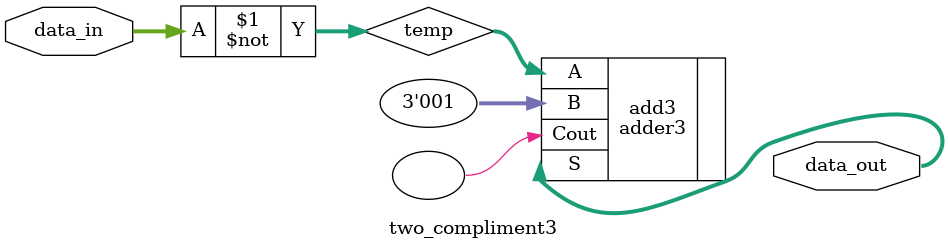
<source format=v>
module two_compliment49(data_in,data_out);
	input	[48:0]data_in;
	output	[48:0]data_out;

	wire	[48:0]temp;

//Not 
	assign temp = ~data_in;
//add 1
	adder49  add49(.A(temp),.B(49'b1),.S(data_out),.Cout());
endmodule
////////////////////////////////////////////////////////////////////////////////
module two_compliment47(data_in,data_out);
	input	[46:0]data_in;
	output	[46:0]data_out;

	wire	[46:0]temp;

//Not 
	assign temp = ~data_in;
//add 1
	adder47  add47(.A(temp),.B(47'b1),.S(data_out),.Cout());
endmodule
////////////////////////////////////////////////////////////////////////////////
module two_compliment45(data_in,data_out);
	input	[44:0]data_in;
	output	[44:0]data_out;

	wire	[44:0]temp;

//Not 
	assign temp = ~data_in;
//add 1
	adder45  add45(.A(temp),.B(45'b1),.S(data_out),.Cout());
endmodule
////////////////////////////////////////////////////////////////////////////////
module two_compliment43(data_in,data_out);
	input	[42:0]data_in;
	output	[42:0]data_out;

	wire	[42:0]temp;

//Not 
	assign temp = ~data_in;
//add 1
	adder43  add43(.A(temp),.B(43'b1),.S(data_out),.Cout());
endmodule
////////////////////////////////////////////////////////////////////////////////
module two_compliment41(data_in,data_out);
	input	[40:0]data_in;
	output	[40:0]data_out;

	wire	[40:0]temp;

//Not 
	assign temp = ~data_in;
//add 1
	adder41  add41(.A(temp),.B(41'b1),.S(data_out),.Cout());
endmodule
////////////////////////////////////////////////////////////////////////////////
module two_compliment39(data_in,data_out);
	input	[38:0]data_in;
	output	[38:0]data_out;

	wire	[38:0]temp;

//Not 
	assign temp = ~data_in;
//add 1
	adder39  add39(.A(temp),.B(39'b1),.S(data_out),.Cout());
endmodule
////////////////////////////////////////////////////////////////////////////////
module two_compliment37(data_in,data_out);
	input	[36:0]data_in;
	output	[36:0]data_out;

	wire	[36:0]temp;

//Not 
	assign temp = ~data_in;
//add 1
	adder37  add37(.A(temp),.B(37'b1),.S(data_out),.Cout());
endmodule
////////////////////////////////////////////////////////////////////////////////
module two_compliment35(data_in,data_out);
	input	[34:0]data_in;
	output	[34:0]data_out;

	wire	[34:0]temp;

//Not 
	assign temp = ~data_in;
//add 1
	adder35  add35(.A(temp),.B(35'b1),.S(data_out),.Cout());
endmodule
////////////////////////////////////////////////////////////////////////////////
module two_compliment33(data_in,data_out);
	input	[32:0]data_in;
	output	[32:0]data_out;

	wire	[32:0]temp;

//Not 
	assign temp = ~data_in;
//add 1
	adder33  add33(.A(temp),.B(33'b1),.S(data_out),.Cout());
endmodule
////////////////////////////////////////////////////////////////////////////////
module two_compliment31(data_in,data_out);
	input	[30:0]data_in;
	output	[30:0]data_out;

	wire	[30:0]temp;

//Not 
	assign temp = ~data_in;
//add 1
	adder31  add31(.A(temp),.B(31'b1),.S(data_out),.Cout());
endmodule
////////////////////////////////////////////////////////////////////////////////
module two_compliment29(data_in,data_out);
	input	[28:0]data_in;
	output	[28:0]data_out;

	wire	[28:0]temp;

//Not 
	assign temp = ~data_in;
//add 1
	adder29  add29(.A(temp),.B(29'b1),.S(data_out),.Cout());
endmodule
////////////////////////////////////////////////////////////////////////////////
module two_compliment27(data_in,data_out);
	input	[26:0]data_in;
	output	[26:0]data_out;

	wire	[26:0]temp;

//Not 
	assign temp = ~data_in;
//add 1
	adder27  add27(.A(temp),.B(27'b1),.S(data_out),.Cout());
endmodule
////////////////////////////////////////////////////////////////////////////////
module two_compliment25(data_in,data_out);
	input	[24:0]data_in;
	output	[24:0]data_out;

	wire	[24:0]temp;

//Not 
	assign temp = ~data_in;
//add 1
	adder25  add25(.A(temp),.B(25'b1),.S(data_out),.Cout());
endmodule
////////////////////////////////////////////////////////////////////////////////
module two_compliment24(data_in,data_out);
	input	[23:0]data_in;
	output	[23:0]data_out;

	wire	[23:0]temp;

//Not 
	assign temp = ~data_in;
//add 1
	adder24  add24(.A(temp),.B(24'd1),.S(data_out),.Cout());
endmodule
////////////////////////////////////////////////////////////////////////////////
module two_compliment23(data_in,data_out);
	input	[22:0]data_in;
	output	[22:0]data_out;

	wire	[22:0]temp;

//Not 
	assign temp = ~data_in;
//add 1
	adder23  add23(.A(temp),.B(23'b1),.S(data_out),.Cout());
endmodule

module two_compliment21(data_in,data_out);
	input	[20:0]data_in;
	output	[20:0]data_out;

	wire	[20:0]temp;

//Not 
	assign temp = ~data_in;
//add 1
	adder21  add21(.A(temp),.B(21'b1),.S(data_out),.Cout());
endmodule
///////////////////////////////////////////////////////////////////////////////
module two_compliment19(data_in,data_out);
	input	[18:0]data_in;
	output	[18:0]data_out;

	wire	[18:0]temp;

//Not 
	assign temp = ~data_in;
//add 1
	adder19  add19(.A(temp),.B(19'b1),.S(data_out),.Cout());
endmodule
///////////////////////////////////////////////////////////////////////////////
module two_compliment17(data_in,data_out);
	input	[16:0]data_in;
	output	[16:0]data_out;

	wire	[16:0]temp;

//Not 
	assign temp = ~data_in;
//add 1
	adder17  add17(.A(temp),.B(17'b1),.S(data_out),.Cout());
endmodule
///////////////////////////////////////////////////////////////////////////////
module two_compliment15(data_in,data_out);
	input	[14:0]data_in;
	output	[14:0]data_out;

	wire	[14:0]temp;

//Not 
	assign temp = ~data_in;
//add 1
	adder15  add15(.A(temp),.B(15'b1),.S(data_out),.Cout());
endmodule
///////////////////////////////////////////////////////////////////////////////
module two_compliment13(data_in,data_out);
	input	[12:0]data_in;
	output	[12:0]data_out;

	wire	[12:0]temp;

//Not 
	assign temp = ~data_in;
//add 1
	adder13  add13(.A(temp),.B(13'b1),.S(data_out),.Cout());
endmodule
///////////////////////////////////////////////////////////////////////////////
module two_compliment11(data_in,data_out);
	input	[10:0]data_in;
	output	[10:0]data_out;

	wire	[10:0]temp;

//Not 
	assign temp = ~data_in;
//add 1
	adder11  add11(.A(temp),.B(11'b1),.S(data_out),.Cout());
endmodule
///////////////////////////////////////////////////////////////////////////////
module two_compliment10(data_in,data_out);
	input	[9:0]data_in;
	output	[9:0]data_out;

	wire	[9:0]temp;

//Not 
	assign temp = ~data_in;
//add 1
	adder10  add10(.A(temp),.B(10'b1),.S(data_out),.Cout());
endmodule
///////////////////////////////////////////////////////////////////////////////
module two_compliment9(data_in,data_out);
	input	[8:0]data_in;
	output	[8:0]data_out;

	wire	[8:0]temp;

//Not 
	assign temp = ~data_in;
//add 1
	adder9 add9(.A(temp),.B(9'b1),.S(data_out),.Cout());
endmodule

/////////////////////////////////////////////////////////////////////////////////
module two_compliment8(data_in,data_out);
	input	[7:0]data_in;
	output	[7:0]data_out;

	wire	[7:0]temp;

//Not 
	assign temp = ~data_in;
//add 1
	adder8 add8(.A(temp),.B(8'b1),.S(data_out),.Cout());
endmodule
//////////////////////////////////////////////////////////////////////////////
module two_compliment7(data_in,data_out);
	input	[6:0]data_in;
	output	[6:0]data_out;

	wire	[6:0]temp;

//Not 
	assign temp = ~data_in;
//add 1
	adder7 add7(.A(temp),.B(7'b1),.S(data_out),.Cout());
endmodule
//////////////////////////////////////////////////////////////////////////////
module two_compliment5(data_in,data_out);
	input	[4:0]data_in;
	output	[4:0]data_out;

	wire	[4:0]temp;

//Not 
	assign temp = ~data_in;
//add 1
	adder5 add5(.A(temp),.B(5'b1),.S(data_out),.Cout());
endmodule
//////////////////////////////////////////////////////////////////////////////
module two_compliment3(data_in,data_out);
	input	[2:0]data_in;
	output	[2:0]data_out;

	wire	[2:0]temp;

//Not 
	assign temp = ~data_in;
//add 1
	adder3 add3(.A(temp),.B(3'b1),.S(data_out),.Cout());
endmodule

</source>
